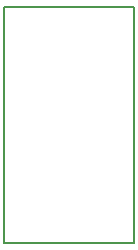
<source format=gbr>
G04 #@! TF.GenerationSoftware,KiCad,Pcbnew,5.1.0-060a0da~80~ubuntu18.04.1*
G04 #@! TF.CreationDate,2019-03-25T17:50:22+01:00*
G04 #@! TF.ProjectId,mav_ovp,6d61765f-6f76-4702-9e6b-696361645f70,rev?*
G04 #@! TF.SameCoordinates,Original*
G04 #@! TF.FileFunction,Profile,NP*
%FSLAX46Y46*%
G04 Gerber Fmt 4.6, Leading zero omitted, Abs format (unit mm)*
G04 Created by KiCad (PCBNEW 5.1.0-060a0da~80~ubuntu18.04.1) date 2019-03-25 17:50:22*
%MOMM*%
%LPD*%
G04 APERTURE LIST*
%ADD10C,0.150000*%
G04 APERTURE END LIST*
D10*
X105500000Y-88000000D02*
X94500000Y-88000000D01*
X105500000Y-108000000D02*
X105500000Y-88000000D01*
X94500000Y-108000000D02*
X105500000Y-108000000D01*
X94500000Y-88000000D02*
X94500000Y-108000000D01*
M02*

</source>
